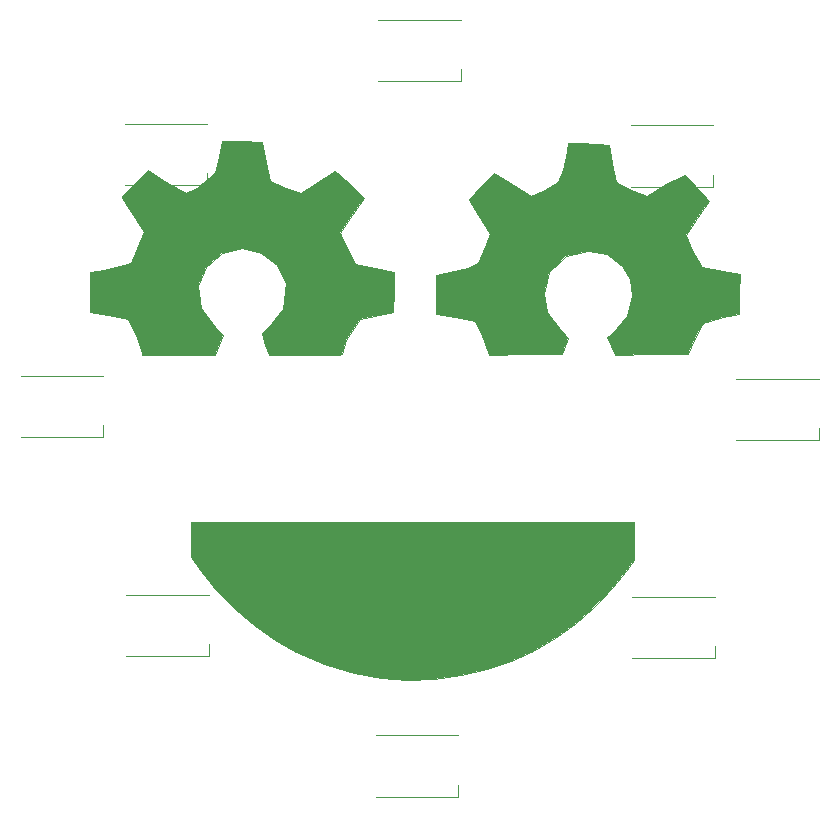
<source format=gbr>
G04 #@! TF.GenerationSoftware,KiCad,Pcbnew,5.0.0-rc2-dev-unknown-5e5e80d~64~ubuntu16.04.1*
G04 #@! TF.CreationDate,2018-05-04T15:58:43+02:00*
G04 #@! TF.ProjectId,ripolab_pcb,7269706F6C61625F7063622E6B696361,rev?*
G04 #@! TF.SameCoordinates,Original*
G04 #@! TF.FileFunction,Legend,Top*
G04 #@! TF.FilePolarity,Positive*
%FSLAX46Y46*%
G04 Gerber Fmt 4.6, Leading zero omitted, Abs format (unit mm)*
G04 Created by KiCad (PCBNEW 5.0.0-rc2-dev-unknown-5e5e80d~64~ubuntu16.04.1) date Fri May  4 15:58:43 2018*
%MOMM*%
%LPD*%
G01*
G04 APERTURE LIST*
%ADD10C,0.200000*%
%ADD11C,0.014111*%
%ADD12C,0.007056*%
%ADD13C,0.120000*%
G04 APERTURE END LIST*
D10*
X158496000Y-78994000D02*
X160528000Y-78994000D01*
X156464000Y-79248000D02*
X158496000Y-78994000D01*
D11*
G36*
X152575877Y-90769045D02*
X151905589Y-89320467D01*
X150182733Y-88978207D01*
X148578307Y-88717518D01*
X148578307Y-87076154D01*
X148578307Y-85434790D01*
X149033249Y-85342214D01*
X151308601Y-84810316D01*
X152140642Y-84400486D01*
X152780744Y-83025480D01*
X153218639Y-81939165D01*
X152298295Y-80572336D01*
X151377952Y-79070823D01*
X152462814Y-77832904D01*
X153547676Y-76729676D01*
X155017489Y-77711284D01*
X156631235Y-78693145D01*
X157813447Y-78188653D01*
X158965719Y-77484009D01*
X159373688Y-76535244D01*
X159702652Y-74948875D01*
X159803157Y-74213968D01*
X160679370Y-74213968D01*
X162390602Y-74301245D01*
X163225618Y-74388521D01*
X163476607Y-75876045D01*
X163832035Y-77555509D01*
X165086593Y-78187900D01*
X166500648Y-78693400D01*
X168048913Y-77704487D01*
X169712719Y-76969580D01*
X170836709Y-78172646D01*
X171727777Y-79121706D01*
X170733697Y-80565816D01*
X169739618Y-82009926D01*
X170308428Y-83302692D01*
X171171320Y-84706569D01*
X172904261Y-85078275D01*
X174343121Y-85338868D01*
X174304083Y-87013319D01*
X174265045Y-88687767D01*
X172935214Y-88944718D01*
X171255427Y-89454057D01*
X170415534Y-90917269D01*
X169925596Y-92128090D01*
X166829657Y-92129770D01*
X163733715Y-92131450D01*
X163427764Y-91396543D01*
X163121813Y-90661636D01*
X163514085Y-90352410D01*
X164818739Y-88885424D01*
X165236192Y-87185822D01*
X165038501Y-85754130D01*
X164354611Y-84628257D01*
X163115201Y-83641779D01*
X161456672Y-83384232D01*
X159636903Y-83754183D01*
X158206965Y-85124010D01*
X157751300Y-87022090D01*
X158041633Y-88532472D01*
X159110765Y-89984355D01*
X159813552Y-90727450D01*
X159539915Y-91394449D01*
X159266275Y-92061450D01*
X156197002Y-92098624D01*
X153127729Y-92135800D01*
X152575877Y-90768793D01*
X152575877Y-90769045D01*
X152575877Y-90769045D01*
G37*
X152575877Y-90769045D02*
X151905589Y-89320467D01*
X150182733Y-88978207D01*
X148578307Y-88717518D01*
X148578307Y-87076154D01*
X148578307Y-85434790D01*
X149033249Y-85342214D01*
X151308601Y-84810316D01*
X152140642Y-84400486D01*
X152780744Y-83025480D01*
X153218639Y-81939165D01*
X152298295Y-80572336D01*
X151377952Y-79070823D01*
X152462814Y-77832904D01*
X153547676Y-76729676D01*
X155017489Y-77711284D01*
X156631235Y-78693145D01*
X157813447Y-78188653D01*
X158965719Y-77484009D01*
X159373688Y-76535244D01*
X159702652Y-74948875D01*
X159803157Y-74213968D01*
X160679370Y-74213968D01*
X162390602Y-74301245D01*
X163225618Y-74388521D01*
X163476607Y-75876045D01*
X163832035Y-77555509D01*
X165086593Y-78187900D01*
X166500648Y-78693400D01*
X168048913Y-77704487D01*
X169712719Y-76969580D01*
X170836709Y-78172646D01*
X171727777Y-79121706D01*
X170733697Y-80565816D01*
X169739618Y-82009926D01*
X170308428Y-83302692D01*
X171171320Y-84706569D01*
X172904261Y-85078275D01*
X174343121Y-85338868D01*
X174304083Y-87013319D01*
X174265045Y-88687767D01*
X172935214Y-88944718D01*
X171255427Y-89454057D01*
X170415534Y-90917269D01*
X169925596Y-92128090D01*
X166829657Y-92129770D01*
X163733715Y-92131450D01*
X163427764Y-91396543D01*
X163121813Y-90661636D01*
X163514085Y-90352410D01*
X164818739Y-88885424D01*
X165236192Y-87185822D01*
X165038501Y-85754130D01*
X164354611Y-84628257D01*
X163115201Y-83641779D01*
X161456672Y-83384232D01*
X159636903Y-83754183D01*
X158206965Y-85124010D01*
X157751300Y-87022090D01*
X158041633Y-88532472D01*
X159110765Y-89984355D01*
X159813552Y-90727450D01*
X159539915Y-91394449D01*
X159266275Y-92061450D01*
X156197002Y-92098624D01*
X153127729Y-92135800D01*
X152575877Y-90768793D01*
X152575877Y-90769045D01*
G36*
X143983760Y-119552814D02*
X141643521Y-119100624D01*
X139114475Y-118309562D01*
X136730693Y-117284122D01*
X134974061Y-116269635D01*
X133211759Y-115011643D01*
X131526553Y-113580439D01*
X130001212Y-112046316D01*
X128718503Y-110479567D01*
X127860938Y-109299920D01*
X127860938Y-107784909D01*
X127860938Y-106269898D01*
X146618556Y-106269898D01*
X165376174Y-106269898D01*
X165376174Y-107896912D01*
X165376174Y-109523928D01*
X164715522Y-110451587D01*
X163515695Y-111942302D01*
X162067012Y-113416534D01*
X160430417Y-114821951D01*
X158666851Y-116106218D01*
X156837258Y-117217001D01*
X154955702Y-118097507D01*
X152893757Y-118795362D01*
X150708508Y-119300194D01*
X148457036Y-119601629D01*
X146196426Y-119689293D01*
X143983760Y-119552814D01*
X143983760Y-119552814D01*
G37*
X143983760Y-119552814D02*
X141643521Y-119100624D01*
X139114475Y-118309562D01*
X136730693Y-117284122D01*
X134974061Y-116269635D01*
X133211759Y-115011643D01*
X131526553Y-113580439D01*
X130001212Y-112046316D01*
X128718503Y-110479567D01*
X127860938Y-109299920D01*
X127860938Y-107784909D01*
X127860938Y-106269898D01*
X146618556Y-106269898D01*
X165376174Y-106269898D01*
X165376174Y-107896912D01*
X165376174Y-109523928D01*
X164715522Y-110451587D01*
X163515695Y-111942302D01*
X162067012Y-113416534D01*
X160430417Y-114821951D01*
X158666851Y-116106218D01*
X156837258Y-117217001D01*
X154955702Y-118097507D01*
X152893757Y-118795362D01*
X150708508Y-119300194D01*
X148457036Y-119601629D01*
X146196426Y-119689293D01*
X143983760Y-119552814D01*
D12*
G36*
X123726613Y-92011437D02*
X123214961Y-90490158D01*
X122528581Y-89121412D01*
X120838181Y-88801166D01*
X119280879Y-88529021D01*
X119281355Y-86849050D01*
X119281831Y-85169078D01*
X120476023Y-84938947D01*
X122214053Y-84537016D01*
X122757890Y-84365216D01*
X123025217Y-83795553D01*
X123585027Y-82482702D01*
X123877512Y-81739514D01*
X123092863Y-80584660D01*
X122155200Y-79126936D01*
X122002185Y-78824065D01*
X122193385Y-78567007D01*
X123269045Y-77411545D01*
X124210194Y-76525176D01*
X125765004Y-77511659D01*
X127411411Y-78446493D01*
X128409705Y-78021972D01*
X129919156Y-76755116D01*
X130242517Y-75383677D01*
X130479474Y-74058235D01*
X132174913Y-74033739D01*
X133900009Y-74113111D01*
X134224880Y-75791143D01*
X134547027Y-77462654D01*
X135869428Y-77991205D01*
X137201171Y-78484919D01*
X138631257Y-77538899D01*
X140082999Y-76558251D01*
X141344275Y-77696746D01*
X142515310Y-78869870D01*
X141501755Y-80321788D01*
X140488203Y-81816557D01*
X141058255Y-83145282D01*
X141767663Y-84475388D01*
X143478511Y-84821368D01*
X145086876Y-85159993D01*
X145063191Y-86862281D01*
X145002632Y-88527691D01*
X144652677Y-88586951D01*
X142206356Y-89128319D01*
X141030418Y-90934703D01*
X140692901Y-92080692D01*
X140304195Y-92185353D01*
X137636661Y-92202695D01*
X134503965Y-92202135D01*
X134135636Y-91318458D01*
X133847342Y-90338345D01*
X134416723Y-89916592D01*
X135661741Y-88268782D01*
X135872513Y-86099308D01*
X135142343Y-84547415D01*
X133819456Y-83508872D01*
X132175734Y-83114960D01*
X130483060Y-83496960D01*
X129133951Y-84679881D01*
X128457442Y-86288852D01*
X128711318Y-88171686D01*
X129997073Y-89927035D01*
X130568914Y-90473369D01*
X130226733Y-91320737D01*
X129884552Y-92168105D01*
X126789050Y-92186331D01*
X123693547Y-92204557D01*
X123726633Y-92011356D01*
X123726613Y-92011437D01*
X123726613Y-92011437D01*
G37*
X123726613Y-92011437D02*
X123214961Y-90490158D01*
X122528581Y-89121412D01*
X120838181Y-88801166D01*
X119280879Y-88529021D01*
X119281355Y-86849050D01*
X119281831Y-85169078D01*
X120476023Y-84938947D01*
X122214053Y-84537016D01*
X122757890Y-84365216D01*
X123025217Y-83795553D01*
X123585027Y-82482702D01*
X123877512Y-81739514D01*
X123092863Y-80584660D01*
X122155200Y-79126936D01*
X122002185Y-78824065D01*
X122193385Y-78567007D01*
X123269045Y-77411545D01*
X124210194Y-76525176D01*
X125765004Y-77511659D01*
X127411411Y-78446493D01*
X128409705Y-78021972D01*
X129919156Y-76755116D01*
X130242517Y-75383677D01*
X130479474Y-74058235D01*
X132174913Y-74033739D01*
X133900009Y-74113111D01*
X134224880Y-75791143D01*
X134547027Y-77462654D01*
X135869428Y-77991205D01*
X137201171Y-78484919D01*
X138631257Y-77538899D01*
X140082999Y-76558251D01*
X141344275Y-77696746D01*
X142515310Y-78869870D01*
X141501755Y-80321788D01*
X140488203Y-81816557D01*
X141058255Y-83145282D01*
X141767663Y-84475388D01*
X143478511Y-84821368D01*
X145086876Y-85159993D01*
X145063191Y-86862281D01*
X145002632Y-88527691D01*
X144652677Y-88586951D01*
X142206356Y-89128319D01*
X141030418Y-90934703D01*
X140692901Y-92080692D01*
X140304195Y-92185353D01*
X137636661Y-92202695D01*
X134503965Y-92202135D01*
X134135636Y-91318458D01*
X133847342Y-90338345D01*
X134416723Y-89916592D01*
X135661741Y-88268782D01*
X135872513Y-86099308D01*
X135142343Y-84547415D01*
X133819456Y-83508872D01*
X132175734Y-83114960D01*
X130483060Y-83496960D01*
X129133951Y-84679881D01*
X128457442Y-86288852D01*
X128711318Y-88171686D01*
X129997073Y-89927035D01*
X130568914Y-90473369D01*
X130226733Y-91320737D01*
X129884552Y-92168105D01*
X126789050Y-92186331D01*
X123693547Y-92204557D01*
X123726633Y-92011356D01*
X123726613Y-92011437D01*
D13*
X150700000Y-68980000D02*
X150700000Y-67980000D01*
X143700000Y-68980000D02*
X150700000Y-68980000D01*
X143700000Y-63780000D02*
X150700000Y-63780000D01*
X122250000Y-72580000D02*
X129250000Y-72580000D01*
X122250000Y-77780000D02*
X129250000Y-77780000D01*
X129250000Y-77780000D02*
X129250000Y-76780000D01*
X120450000Y-99120000D02*
X120450000Y-98120000D01*
X113450000Y-99120000D02*
X120450000Y-99120000D01*
X113450000Y-93920000D02*
X120450000Y-93920000D01*
X122350000Y-112480000D02*
X129350000Y-112480000D01*
X122350000Y-117680000D02*
X129350000Y-117680000D01*
X129350000Y-117680000D02*
X129350000Y-116680000D01*
X150500000Y-129580000D02*
X150500000Y-128580000D01*
X143500000Y-129580000D02*
X150500000Y-129580000D01*
X143500000Y-124380000D02*
X150500000Y-124380000D01*
X165200000Y-112630000D02*
X172200000Y-112630000D01*
X165200000Y-117830000D02*
X172200000Y-117830000D01*
X172200000Y-117830000D02*
X172200000Y-116830000D01*
X181050000Y-99380000D02*
X181050000Y-98380000D01*
X174050000Y-99380000D02*
X181050000Y-99380000D01*
X174050000Y-94180000D02*
X181050000Y-94180000D01*
X172100000Y-77930000D02*
X172100000Y-76930000D01*
X165100000Y-77930000D02*
X172100000Y-77930000D01*
X165100000Y-72730000D02*
X172100000Y-72730000D01*
M02*

</source>
